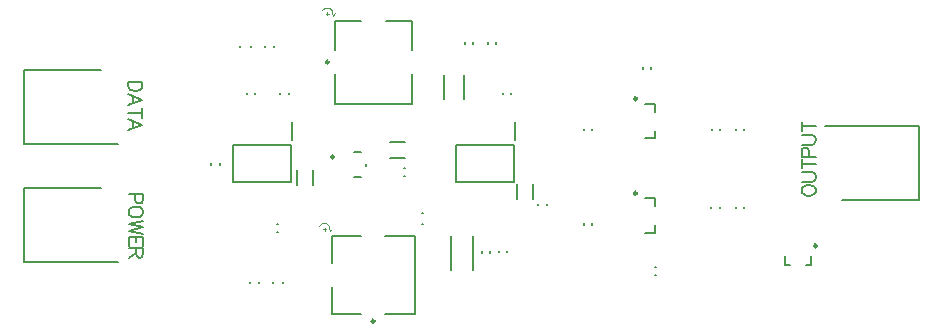
<source format=gbr>
G04*
G04 #@! TF.GenerationSoftware,Altium Limited,Altium Designer,23.8.1 (32)*
G04*
G04 Layer_Color=65535*
%FSLAX43Y43*%
%MOMM*%
G71*
G04*
G04 #@! TF.SameCoordinates,4157314E-2F8B-4695-BFB2-F8FC6B21436D*
G04*
G04*
G04 #@! TF.FilePolarity,Positive*
G04*
G01*
G75*
%ADD10C,0.250*%
%ADD11C,0.100*%
%ADD12C,0.200*%
D10*
X68225Y7650D02*
G03*
X68225Y7650I-125J0D01*
G01*
X53000Y12100D02*
G03*
X53000Y12100I-125J0D01*
G01*
Y20100D02*
G03*
X53000Y20100I-125J0D01*
G01*
X26925Y23210D02*
G03*
X26925Y23210I-125J0D01*
G01*
X30790Y1275D02*
G03*
X30790Y1275I-125J0D01*
G01*
X27350Y15175D02*
G03*
X27350Y15175I-125J0D01*
G01*
D11*
X27270Y27129D02*
G03*
X26367Y27550I-470J171D01*
G01*
X27020Y8879D02*
G03*
X26117Y9300I-470J171D01*
G01*
X27270Y27129D02*
X27425Y27350D01*
X27175Y27375D02*
X27270Y27129D01*
X26800Y27175D02*
Y27425D01*
X26675Y27300D02*
X26925D01*
X27020Y8879D02*
X27175Y9100D01*
X26925Y9125D02*
X27020Y8879D01*
X26550Y8925D02*
Y9175D01*
X26425Y9050D02*
X26675D01*
D12*
X1077Y22550D02*
X7627D01*
X1077Y16250D02*
Y22550D01*
Y16250D02*
X9077D01*
X1077Y12550D02*
X7627D01*
X1077Y6250D02*
Y12550D01*
Y6250D02*
X9077D01*
X70373Y11500D02*
X76923D01*
Y17800D01*
X68923D02*
X76923D01*
X42825Y11589D02*
Y12861D01*
X44175Y11589D02*
Y12861D01*
X32089Y16475D02*
X33361D01*
X32089Y15125D02*
X33361D01*
X24200Y12789D02*
Y14061D01*
X25550Y12789D02*
Y14061D01*
X65550Y6000D02*
X66000D01*
X65550D02*
Y6800D01*
X67300Y6000D02*
X67750D01*
Y6800D01*
X61350Y17450D02*
Y17550D01*
X62050Y17450D02*
Y17550D01*
X59350Y17450D02*
Y17550D01*
X60050Y17450D02*
Y17550D01*
X62075Y10850D02*
Y10950D01*
X61375Y10850D02*
Y10950D01*
X42577Y13027D02*
Y16223D01*
X37673Y13027D02*
X42577D01*
X37673D02*
Y16223D01*
X42577D01*
X42705Y16573D02*
Y18100D01*
X23702Y13027D02*
Y16223D01*
X18798Y13027D02*
X23702D01*
X18798D02*
Y16223D01*
X23702D01*
X23830Y16573D02*
Y18100D01*
X53710Y11660D02*
X54525D01*
Y11000D02*
Y11660D01*
X53710Y8740D02*
X54525D01*
Y9400D01*
X53710Y19660D02*
X54525D01*
Y19000D02*
Y19660D01*
X53710Y16740D02*
X54525D01*
Y17400D01*
X31725Y26670D02*
X34000D01*
X27400D02*
X29675D01*
X34000Y19680D02*
Y22185D01*
Y24235D02*
Y26670D01*
X27400Y24235D02*
Y26670D01*
Y19680D02*
Y22185D01*
Y19680D02*
X34000D01*
X27205Y6200D02*
Y8475D01*
Y1875D02*
Y4150D01*
X31690Y8475D02*
X34195D01*
X27205D02*
X29640D01*
X27205Y1875D02*
X29640D01*
X31690D02*
X34195D01*
Y8475D01*
X60000Y10850D02*
Y10950D01*
X59300Y10850D02*
Y10950D01*
X49225Y9450D02*
Y9550D01*
X48525Y9450D02*
Y9550D01*
X45350Y11100D02*
Y11200D01*
X44650Y11100D02*
Y11200D01*
X34825Y9525D02*
X34925D01*
X34825Y10425D02*
X34925D01*
X39875Y7075D02*
Y7175D01*
X40575Y7075D02*
Y7175D01*
X37296Y5596D02*
Y8454D01*
X39154Y5596D02*
Y8454D01*
X41325Y7125D02*
Y7225D01*
X42025Y7125D02*
Y7225D01*
X54225Y22650D02*
Y22750D01*
X53525Y22650D02*
Y22750D01*
X36650Y20071D02*
Y22129D01*
X38400Y20071D02*
Y22129D01*
X41680Y20475D02*
Y20575D01*
X42380Y20475D02*
Y20575D01*
X17675Y14525D02*
Y14625D01*
X16975Y14525D02*
Y14625D01*
X22805Y20475D02*
Y20575D01*
X23505Y20475D02*
Y20575D01*
X49225Y17450D02*
Y17550D01*
X48525Y17450D02*
Y17550D01*
X20700Y20475D02*
Y20575D01*
X20000Y20475D02*
Y20575D01*
X39110Y24775D02*
Y24875D01*
X38410Y24775D02*
Y24875D01*
X20265Y4475D02*
Y4575D01*
X20965Y4475D02*
Y4575D01*
X54525Y5900D02*
X54625D01*
X54525Y5200D02*
X54625D01*
X40410Y24775D02*
Y24875D01*
X41110Y24775D02*
Y24875D01*
X19435Y24475D02*
Y24575D01*
X20335Y24475D02*
Y24575D01*
X21535Y24475D02*
Y24575D01*
X22235Y24475D02*
Y24575D01*
X22550Y9525D02*
X22650D01*
X22550Y8825D02*
X22650D01*
X29075Y13450D02*
X29625D01*
X30050Y14450D02*
Y14600D01*
X29075Y15600D02*
X29625D01*
X33300Y13525D02*
X33400D01*
X33300Y14225D02*
X33400D01*
X22215Y4475D02*
Y4575D01*
X23015Y4475D02*
Y4575D01*
X66950Y12234D02*
X67007Y12120D01*
X67122Y12006D01*
X67236Y11949D01*
X67407Y11891D01*
X67693D01*
X67864Y11949D01*
X67978Y12006D01*
X68093Y12120D01*
X68150Y12234D01*
Y12463D01*
X68093Y12577D01*
X67978Y12691D01*
X67864Y12748D01*
X67693Y12805D01*
X67407D01*
X67236Y12748D01*
X67122Y12691D01*
X67007Y12577D01*
X66950Y12463D01*
Y12234D01*
Y13085D02*
X67807D01*
X67978Y13143D01*
X68093Y13257D01*
X68150Y13428D01*
Y13542D01*
X68093Y13714D01*
X67978Y13828D01*
X67807Y13885D01*
X66950D01*
Y14617D02*
X68150D01*
X66950Y14217D02*
Y15016D01*
X67579Y15159D02*
Y15673D01*
X67521Y15845D01*
X67464Y15902D01*
X67350Y15959D01*
X67179D01*
X67064Y15902D01*
X67007Y15845D01*
X66950Y15673D01*
Y15159D01*
X68150D01*
X66950Y16228D02*
X67807D01*
X67978Y16285D01*
X68093Y16399D01*
X68150Y16570D01*
Y16685D01*
X68093Y16856D01*
X67978Y16970D01*
X67807Y17027D01*
X66950D01*
Y17759D02*
X68150D01*
X66950Y17359D02*
Y18159D01*
X10546Y12044D02*
Y11530D01*
X10604Y11358D01*
X10661Y11301D01*
X10775Y11244D01*
X10946D01*
X11061Y11301D01*
X11118Y11358D01*
X11175Y11530D01*
Y12044D01*
X9975D01*
X11175Y10633D02*
X11118Y10747D01*
X11003Y10861D01*
X10889Y10918D01*
X10718Y10975D01*
X10432D01*
X10261Y10918D01*
X10147Y10861D01*
X10032Y10747D01*
X9975Y10633D01*
Y10404D01*
X10032Y10290D01*
X10147Y10176D01*
X10261Y10118D01*
X10432Y10061D01*
X10718D01*
X10889Y10118D01*
X11003Y10176D01*
X11118Y10290D01*
X11175Y10404D01*
Y10633D01*
Y9781D02*
X9975Y9496D01*
X11175Y9210D02*
X9975Y9496D01*
X11175Y9210D02*
X9975Y8924D01*
X11175Y8639D02*
X9975Y8924D01*
X11175Y7656D02*
Y8399D01*
X9975D01*
Y7656D01*
X10604Y8399D02*
Y7942D01*
X11175Y7456D02*
X9975D01*
X11175D02*
Y6942D01*
X11118Y6771D01*
X11061Y6713D01*
X10946Y6656D01*
X10832D01*
X10718Y6713D01*
X10661Y6771D01*
X10604Y6942D01*
Y7456D01*
Y7056D02*
X9975Y6656D01*
X11125Y21560D02*
X9925D01*
X11125D02*
Y21160D01*
X11068Y20988D01*
X10953Y20874D01*
X10839Y20817D01*
X10668Y20760D01*
X10382D01*
X10211Y20817D01*
X10097Y20874D01*
X9982Y20988D01*
X9925Y21160D01*
Y21560D01*
Y19577D02*
X11125Y20034D01*
X9925Y20491D01*
X10325Y20320D02*
Y19749D01*
X11125Y18897D02*
X9925D01*
X11125Y19297D02*
Y18497D01*
X9925Y17440D02*
X11125Y17897D01*
X9925Y18355D01*
X10325Y18183D02*
Y17612D01*
M02*

</source>
